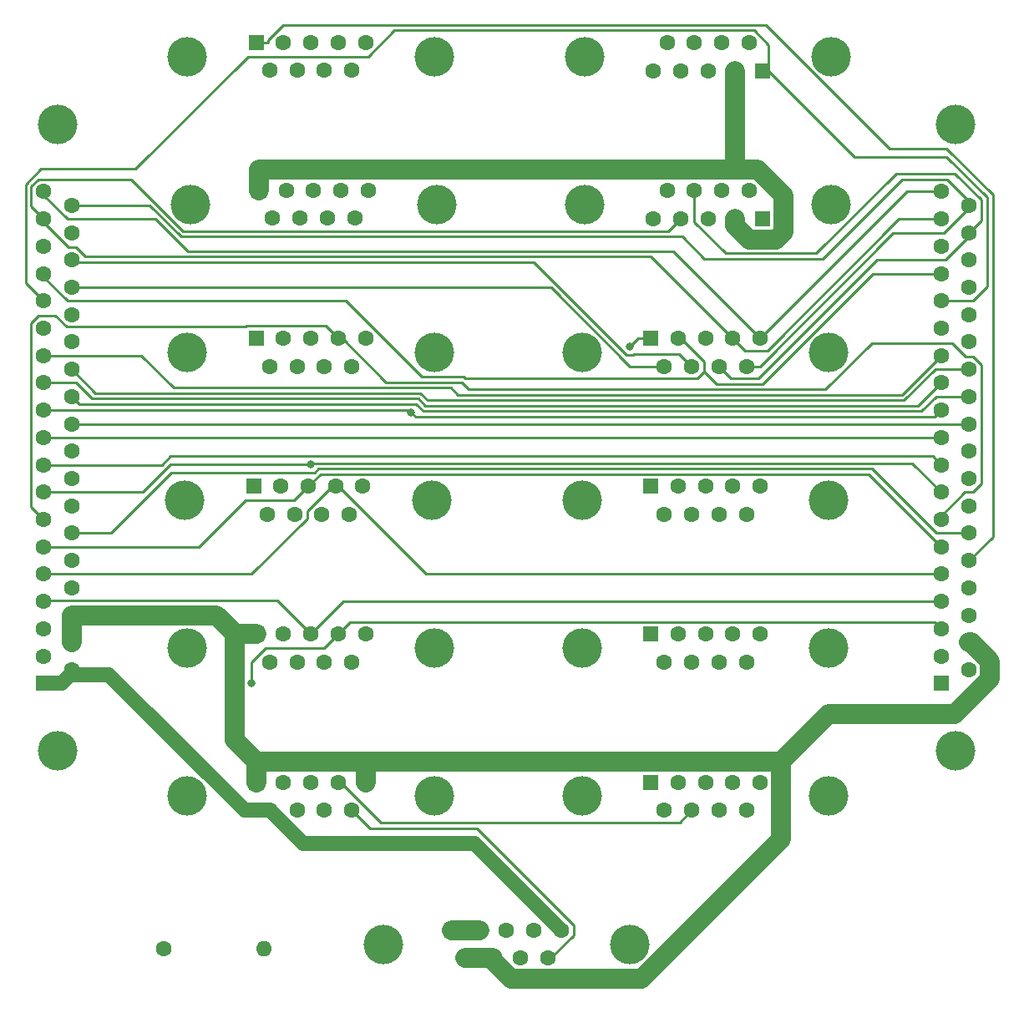
<source format=gbr>
%TF.GenerationSoftware,KiCad,Pcbnew,7.0.9*%
%TF.CreationDate,2024-02-19T16:35:41-08:00*%
%TF.ProjectId,Interconnect Board,496e7465-7263-46f6-9e6e-65637420426f,v1.5*%
%TF.SameCoordinates,Original*%
%TF.FileFunction,Copper,L1,Top*%
%TF.FilePolarity,Positive*%
%FSLAX46Y46*%
G04 Gerber Fmt 4.6, Leading zero omitted, Abs format (unit mm)*
G04 Created by KiCad (PCBNEW 7.0.9) date 2024-02-19 16:35:41*
%MOMM*%
%LPD*%
G01*
G04 APERTURE LIST*
%TA.AperFunction,ComponentPad*%
%ADD10C,1.600000*%
%TD*%
%TA.AperFunction,ComponentPad*%
%ADD11O,1.600000X1.600000*%
%TD*%
%TA.AperFunction,ComponentPad*%
%ADD12C,4.000000*%
%TD*%
%TA.AperFunction,ComponentPad*%
%ADD13R,1.600000X1.600000*%
%TD*%
%TA.AperFunction,ViaPad*%
%ADD14C,0.800000*%
%TD*%
%TA.AperFunction,Conductor*%
%ADD15C,2.000000*%
%TD*%
%TA.AperFunction,Conductor*%
%ADD16C,0.250000*%
%TD*%
%TA.AperFunction,Conductor*%
%ADD17C,1.500000*%
%TD*%
G04 APERTURE END LIST*
D10*
%TO.P,R1,1*%
%TO.N,/GPS_Serial_Input_to_XPNDR_from_R*%
X132220100Y-118509100D03*
D11*
%TO.P,R1,2*%
%TO.N,/GPS_Serial_Input_to_XPNDR_to_R*%
X142380100Y-118509100D03*
%TD*%
D12*
%TO.P,Power_Input_1,0,PAD*%
%TO.N,unconnected-(Power_Input_1-PAD-Pad0)*%
X154464100Y-118069100D03*
X179464100Y-118069100D03*
D13*
%TO.P,Power_Input_1,1,1*%
%TO.N,GND*%
X161424100Y-116649100D03*
D10*
%TO.P,Power_Input_1,2,2*%
X164194100Y-116649100D03*
%TO.P,Power_Input_1,3,3*%
%TO.N,/ELT_12V*%
X166964100Y-116649100D03*
%TO.P,Power_Input_1,4,4*%
%TO.N,/MFD_12V*%
X169734100Y-116649100D03*
%TO.P,Power_Input_1,5,5*%
%TO.N,/PFD_&_Dim_12V*%
X172504100Y-116649100D03*
%TO.P,Power_Input_1,6,6*%
%TO.N,GND*%
X162809100Y-119489100D03*
%TO.P,Power_Input_1,7,7*%
X165579100Y-119489100D03*
%TO.P,Power_Input_1,8,8*%
%TO.N,/SV-Net_AP_12V*%
X168349100Y-119489100D03*
%TO.P,Power_Input_1,9,9*%
%TO.N,/ADSB_XPNDR_IDENT_12V*%
X171119100Y-119489100D03*
%TD*%
D12*
%TO.P,AP_Roll_SV_Net_2,0,PAD*%
%TO.N,unconnected-(AP_Roll_SV_Net_2-PAD-Pad0)*%
X199892100Y-28085100D03*
X174892100Y-28085100D03*
D13*
%TO.P,AP_Roll_SV_Net_2,1,1*%
%TO.N,/SV_Data_1A*%
X192932100Y-29505100D03*
D10*
%TO.P,AP_Roll_SV_Net_2,2,2*%
%TO.N,GND*%
X190162100Y-29505100D03*
%TO.P,AP_Roll_SV_Net_2,3,3*%
%TO.N,/AP_Disengage (Unused)*%
X187392100Y-29505100D03*
%TO.P,AP_Roll_SV_Net_2,4,4*%
%TO.N,/SV_Data_2B*%
X184622100Y-29505100D03*
%TO.P,AP_Roll_SV_Net_2,5,5*%
%TO.N,unconnected-(AP_Roll_SV_Net_2-Pad5)*%
X181852100Y-29505100D03*
%TO.P,AP_Roll_SV_Net_2,6,6*%
%TO.N,/SV_Data_1B*%
X191547100Y-26665100D03*
%TO.P,AP_Roll_SV_Net_2,7,7*%
%TO.N,/SV-Net_AP_12V*%
X188777100Y-26665100D03*
%TO.P,AP_Roll_SV_Net_2,8,8*%
%TO.N,/SV_Data_2A*%
X186007100Y-26665100D03*
%TO.P,AP_Roll_SV_Net_2,9,9*%
%TO.N,unconnected-(AP_Roll_SV_Net_2-Pad9)*%
X183237100Y-26665100D03*
%TD*%
D12*
%TO.P,SkyView_2,0,PAD*%
%TO.N,unconnected-(SkyView_2-PAD-Pad0)*%
X174622000Y-73069100D03*
X199622000Y-73069100D03*
D13*
%TO.P,SkyView_2,1,1*%
%TO.N,/SV_Data_1A*%
X181582000Y-71649100D03*
D10*
%TO.P,SkyView_2,2,2*%
%TO.N,/SV_GND_1*%
X184352000Y-71649100D03*
%TO.P,SkyView_2,3,3*%
%TO.N,/SV_GND_2*%
X187122000Y-71649100D03*
%TO.P,SkyView_2,4,4*%
%TO.N,/SV_Data_2B*%
X189892000Y-71649100D03*
%TO.P,SkyView_2,5,5*%
%TO.N,/SV_EMS_Aux*%
X192662000Y-71649100D03*
%TO.P,SkyView_2,6,6*%
%TO.N,/SV_Data_1B*%
X182967000Y-74489100D03*
%TO.P,SkyView_2,7,7*%
%TO.N,/SV_Power_1*%
X185737000Y-74489100D03*
%TO.P,SkyView_2,8,8*%
%TO.N,/SV_Data_2A*%
X188507000Y-74489100D03*
%TO.P,SkyView_2,9,9*%
%TO.N,/SV_Power_2*%
X191277000Y-74489100D03*
%TD*%
D12*
%TO.P,MFD_Main_2,0,PAD*%
%TO.N,unconnected-(MFD_Main_2-PAD-Pad0)*%
X212438100Y-98457100D03*
X212438100Y-34957100D03*
D13*
%TO.P,MFD_Main_2,1,1*%
%TO.N,/MFD_12V*%
X211018100Y-91637100D03*
D10*
%TO.P,MFD_Main_2,2,2*%
%TO.N,unconnected-(MFD_Main_2-Pad2)*%
X211018100Y-88867100D03*
%TO.P,MFD_Main_2,3,3*%
%TO.N,/ADSB_Serial_1_Rx*%
X211018100Y-86097100D03*
%TO.P,MFD_Main_2,4,4*%
%TO.N,/ADSB_Serial_1_Tx*%
X211018100Y-83327100D03*
%TO.P,MFD_Main_2,5,5*%
%TO.N,/XPNDR_Serial_2_Rx*%
X211018100Y-80557100D03*
%TO.P,MFD_Main_2,6,6*%
%TO.N,/XPNDR_Serial_2_Tx*%
X211018100Y-77787100D03*
%TO.P,MFD_Main_2,7,7*%
%TO.N,/VPX_Serial_3_Rx*%
X211018100Y-75017100D03*
%TO.P,MFD_Main_2,8,8*%
%TO.N,/VPX_Serial_3_Tx*%
X211018100Y-72247100D03*
%TO.P,MFD_Main_2,9,9*%
%TO.N,/ELT_Serial_4_Rx*%
X211018100Y-69477100D03*
%TO.P,MFD_Main_2,10,10*%
%TO.N,/ELT_Serial_4_Tx*%
X211018100Y-66707100D03*
%TO.P,MFD_Main_2,11,11*%
%TO.N,/GPS_Serial_5_Rx*%
X211018100Y-63937100D03*
%TO.P,MFD_Main_2,12,12*%
%TO.N,/GPS_Serial_5_Tx*%
X211018100Y-61167100D03*
%TO.P,MFD_Main_2,13,13*%
%TO.N,/L_Audio_Out_1*%
X211018100Y-58397100D03*
%TO.P,MFD_Main_2,14,14*%
%TO.N,unconnected-(MFD_Main_2-Pad14)*%
X211018100Y-55627100D03*
%TO.P,MFD_Main_2,15,15*%
%TO.N,/SV_Data_1A*%
X211018100Y-52857100D03*
%TO.P,MFD_Main_2,16,16*%
%TO.N,/SV_GND_1*%
X211018100Y-50087100D03*
%TO.P,MFD_Main_2,17,17*%
%TO.N,/SV_GND_2*%
X211018100Y-47317100D03*
%TO.P,MFD_Main_2,18,18*%
%TO.N,/SV_Data_2B*%
X211018100Y-44547100D03*
%TO.P,MFD_Main_2,19,19*%
%TO.N,/SV_EMS_Aux*%
X211018100Y-41777100D03*
%TO.P,MFD_Main_2,20,20*%
%TO.N,/MFD_12V*%
X213858100Y-90252100D03*
%TO.P,MFD_Main_2,21,21*%
%TO.N,GND*%
X213858100Y-87482100D03*
%TO.P,MFD_Main_2,22,22*%
X213858100Y-84712100D03*
%TO.P,MFD_Main_2,23,23*%
%TO.N,unconnected-(MFD_Main_2-Pad23)*%
X213858100Y-81942100D03*
%TO.P,MFD_Main_2,24,24*%
%TO.N,/GPS_GND*%
X213858100Y-79172100D03*
%TO.P,MFD_Main_2,25,25*%
%TO.N,/Dimmer_Signal_Input*%
X213858100Y-76402100D03*
%TO.P,MFD_Main_2,26,26*%
%TO.N,unconnected-(MFD_Main_2-Pad26)*%
X213858100Y-73632100D03*
%TO.P,MFD_Main_2,27,27*%
%TO.N,unconnected-(MFD_Main_2-Pad27)*%
X213858100Y-70862100D03*
%TO.P,MFD_Main_2,28,28*%
%TO.N,unconnected-(MFD_Main_2-Pad28)*%
X213858100Y-68092100D03*
%TO.P,MFD_Main_2,29,29*%
%TO.N,/GPS_Power*%
X213858100Y-65322100D03*
%TO.P,MFD_Main_2,30,30*%
%TO.N,/Audio_Out_GND*%
X213858100Y-62552100D03*
%TO.P,MFD_Main_2,31,31*%
%TO.N,/R_Audio_Out_1*%
X213858100Y-59782100D03*
%TO.P,MFD_Main_2,32,32*%
%TO.N,unconnected-(MFD_Main_2-Pad32)*%
X213858100Y-57012100D03*
%TO.P,MFD_Main_2,33,33*%
%TO.N,unconnected-(MFD_Main_2-Pad33)*%
X213858100Y-54242100D03*
%TO.P,MFD_Main_2,34,34*%
%TO.N,/SV_Data_1B*%
X213858100Y-51472100D03*
%TO.P,MFD_Main_2,35,35*%
%TO.N,/SV_Power_1*%
X213858100Y-48702100D03*
%TO.P,MFD_Main_2,36,36*%
%TO.N,/SV_Data_2A*%
X213858100Y-45932100D03*
%TO.P,MFD_Main_2,37,37*%
%TO.N,/SV_Power_2*%
X213858100Y-43162100D03*
%TD*%
D12*
%TO.P,PFD_Main_1,0,PAD*%
%TO.N,unconnected-(PFD_Main_1-PAD-Pad0)*%
X121438100Y-98457100D03*
X121438100Y-34957100D03*
D13*
%TO.P,PFD_Main_1,1,1*%
%TO.N,/PFD_&_Dim_12V*%
X120018100Y-91637100D03*
D10*
%TO.P,PFD_Main_1,2,2*%
%TO.N,unconnected-(PFD_Main_1-Pad2)*%
X120018100Y-88867100D03*
%TO.P,PFD_Main_1,3,3*%
%TO.N,/ADSB_Serial_1_Rx*%
X120018100Y-86097100D03*
%TO.P,PFD_Main_1,4,4*%
%TO.N,/ADSB_Serial_1_Tx*%
X120018100Y-83327100D03*
%TO.P,PFD_Main_1,5,5*%
%TO.N,/XPNDR_Serial_2_Rx*%
X120018100Y-80557100D03*
%TO.P,PFD_Main_1,6,6*%
%TO.N,/XPNDR_Serial_2_Tx*%
X120018100Y-77787100D03*
%TO.P,PFD_Main_1,7,7*%
%TO.N,/VPX_Serial_3_Rx*%
X120018100Y-75017100D03*
%TO.P,PFD_Main_1,8,8*%
%TO.N,/VPX_Serial_3_Tx*%
X120018100Y-72247100D03*
%TO.P,PFD_Main_1,9,9*%
%TO.N,/ELT_Serial_4_Rx*%
X120018100Y-69477100D03*
%TO.P,PFD_Main_1,10,10*%
%TO.N,/ELT_Serial_4_Tx*%
X120018100Y-66707100D03*
%TO.P,PFD_Main_1,11,11*%
%TO.N,/GPS_Serial_5_Rx*%
X120018100Y-63937100D03*
%TO.P,PFD_Main_1,12,12*%
%TO.N,/GPS_Serial_5_Tx*%
X120018100Y-61167100D03*
%TO.P,PFD_Main_1,13,13*%
%TO.N,/L_Audio_Out_1*%
X120018100Y-58397100D03*
%TO.P,PFD_Main_1,14,14*%
%TO.N,unconnected-(PFD_Main_1-Pad14)*%
X120018100Y-55627100D03*
%TO.P,PFD_Main_1,15,15*%
%TO.N,/SV_Data_1A*%
X120018100Y-52857100D03*
%TO.P,PFD_Main_1,16,16*%
%TO.N,/SV_GND_1*%
X120018100Y-50087100D03*
%TO.P,PFD_Main_1,17,17*%
%TO.N,/SV_GND_2*%
X120018100Y-47317100D03*
%TO.P,PFD_Main_1,18,18*%
%TO.N,/SV_Data_2B*%
X120018100Y-44547100D03*
%TO.P,PFD_Main_1,19,19*%
%TO.N,/SV_EMS_Aux*%
X120018100Y-41777100D03*
%TO.P,PFD_Main_1,20,20*%
%TO.N,/PFD_&_Dim_12V*%
X122858100Y-90252100D03*
%TO.P,PFD_Main_1,21,21*%
%TO.N,GND*%
X122858100Y-87482100D03*
%TO.P,PFD_Main_1,22,22*%
X122858100Y-84712100D03*
%TO.P,PFD_Main_1,23,23*%
%TO.N,unconnected-(PFD_Main_1-Pad23)*%
X122858100Y-81942100D03*
%TO.P,PFD_Main_1,24,24*%
%TO.N,/GPS_GND*%
X122858100Y-79172100D03*
%TO.P,PFD_Main_1,25,25*%
%TO.N,/Dimmer_Signal_Input*%
X122858100Y-76402100D03*
%TO.P,PFD_Main_1,26,26*%
%TO.N,/Dimmer_Output_Signal*%
X122858100Y-73632100D03*
%TO.P,PFD_Main_1,27,27*%
%TO.N,unconnected-(PFD_Main_1-Pad27)*%
X122858100Y-70862100D03*
%TO.P,PFD_Main_1,28,28*%
%TO.N,unconnected-(PFD_Main_1-Pad28)*%
X122858100Y-68092100D03*
%TO.P,PFD_Main_1,29,29*%
%TO.N,/GPS_Power*%
X122858100Y-65322100D03*
%TO.P,PFD_Main_1,30,30*%
%TO.N,/Audio_Out_GND*%
X122858100Y-62552100D03*
%TO.P,PFD_Main_1,31,31*%
%TO.N,/R_Audio_Out_1*%
X122858100Y-59782100D03*
%TO.P,PFD_Main_1,32,32*%
%TO.N,unconnected-(PFD_Main_1-Pad32)*%
X122858100Y-57012100D03*
%TO.P,PFD_Main_1,33,33*%
%TO.N,unconnected-(PFD_Main_1-Pad33)*%
X122858100Y-54242100D03*
%TO.P,PFD_Main_1,34,34*%
%TO.N,/SV_Data_1B*%
X122858100Y-51472100D03*
%TO.P,PFD_Main_1,35,35*%
%TO.N,/SV_Power_1*%
X122858100Y-48702100D03*
%TO.P,PFD_Main_1,36,36*%
%TO.N,/SV_Data_2A*%
X122858100Y-45932100D03*
%TO.P,PFD_Main_1,37,37*%
%TO.N,/SV_Power_2*%
X122858100Y-43162100D03*
%TD*%
D12*
%TO.P,SkyView_3,0,PAD*%
%TO.N,unconnected-(SkyView_3-PAD-Pad0)*%
X174622000Y-88069100D03*
X199622000Y-88069100D03*
D13*
%TO.P,SkyView_3,1,1*%
%TO.N,/SV_Data_1A*%
X181582000Y-86649100D03*
D10*
%TO.P,SkyView_3,2,2*%
%TO.N,/SV_GND_1*%
X184352000Y-86649100D03*
%TO.P,SkyView_3,3,3*%
%TO.N,/SV_GND_2*%
X187122000Y-86649100D03*
%TO.P,SkyView_3,4,4*%
%TO.N,/SV_Data_2B*%
X189892000Y-86649100D03*
%TO.P,SkyView_3,5,5*%
%TO.N,/SV_EMS_Aux*%
X192662000Y-86649100D03*
%TO.P,SkyView_3,6,6*%
%TO.N,/SV_Data_1B*%
X182967000Y-89489100D03*
%TO.P,SkyView_3,7,7*%
%TO.N,/SV_Power_1*%
X185737000Y-89489100D03*
%TO.P,SkyView_3,8,8*%
%TO.N,/SV_Data_2A*%
X188507000Y-89489100D03*
%TO.P,SkyView_3,9,9*%
%TO.N,/SV_Power_2*%
X191277000Y-89489100D03*
%TD*%
D12*
%TO.P,ADSB_Serial_1,0,PAD*%
%TO.N,unconnected-(ADSB_Serial_1-PAD-Pad0)*%
X134622000Y-88069100D03*
X159622000Y-88069100D03*
D13*
%TO.P,ADSB_Serial_1,1,1*%
%TO.N,GND*%
X141582000Y-86649100D03*
D10*
%TO.P,ADSB_Serial_1,2,2*%
%TO.N,/ADSB_XPNDR_IDENT_12V*%
X144352000Y-86649100D03*
%TO.P,ADSB_Serial_1,3,3*%
%TO.N,/ADSB_Serial_1_Tx*%
X147122000Y-86649100D03*
%TO.P,ADSB_Serial_1,4,4*%
%TO.N,/ADSB_Serial_1_Rx*%
X149892000Y-86649100D03*
%TO.P,ADSB_Serial_1,5,5*%
%TO.N,unconnected-(ADSB_Serial_1-Pad5)*%
X152662000Y-86649100D03*
%TO.P,ADSB_Serial_1,6,6*%
%TO.N,unconnected-(ADSB_Serial_1-Pad6)*%
X142967000Y-89489100D03*
%TO.P,ADSB_Serial_1,7,7*%
%TO.N,unconnected-(ADSB_Serial_1-Pad7)*%
X145737000Y-89489100D03*
%TO.P,ADSB_Serial_1,8,8*%
%TO.N,unconnected-(ADSB_Serial_1-Pad8)*%
X148507000Y-89489100D03*
%TO.P,ADSB_Serial_1,9,9*%
%TO.N,unconnected-(ADSB_Serial_1-Pad9)*%
X151277000Y-89489100D03*
%TD*%
D12*
%TO.P,XPNDR_Serial_2,0,PAD*%
%TO.N,unconnected-(XPNDR_Serial_2-PAD-Pad0)*%
X134361100Y-73069100D03*
X159361100Y-73069100D03*
D13*
%TO.P,XPNDR_Serial_2,1,1*%
%TO.N,GND*%
X141321100Y-71649100D03*
D10*
%TO.P,XPNDR_Serial_2,2,2*%
%TO.N,/ADSB_XPNDR_IDENT_12V*%
X144091100Y-71649100D03*
%TO.P,XPNDR_Serial_2,3,3*%
%TO.N,/XPNDR_Serial_2_Tx*%
X146861100Y-71649100D03*
%TO.P,XPNDR_Serial_2,4,4*%
%TO.N,/XPNDR_Serial_2_Rx*%
X149631100Y-71649100D03*
%TO.P,XPNDR_Serial_2,5,5*%
%TO.N,/Ident_SW_Input*%
X152401100Y-71649100D03*
%TO.P,XPNDR_Serial_2,6,6*%
%TO.N,/GPS_Serial_Input_to_XPNDR_from_R*%
X142706100Y-74489100D03*
%TO.P,XPNDR_Serial_2,7,7*%
%TO.N,unconnected-(XPNDR_Serial_2-Pad7)*%
X145476100Y-74489100D03*
%TO.P,XPNDR_Serial_2,8,8*%
%TO.N,unconnected-(XPNDR_Serial_2-Pad8)*%
X148246100Y-74489100D03*
%TO.P,XPNDR_Serial_2,9,9*%
%TO.N,unconnected-(XPNDR_Serial_2-Pad9)*%
X151016100Y-74489100D03*
%TD*%
D12*
%TO.P,AP_Pitch_SV_Net_1,0,PAD*%
%TO.N,unconnected-(AP_Pitch_SV_Net_1-PAD-Pad0)*%
X199892100Y-43085200D03*
X174892100Y-43085200D03*
D13*
%TO.P,AP_Pitch_SV_Net_1,1,1*%
%TO.N,/SV_Data_1A*%
X192932100Y-44505200D03*
D10*
%TO.P,AP_Pitch_SV_Net_1,2,2*%
%TO.N,GND*%
X190162100Y-44505200D03*
%TO.P,AP_Pitch_SV_Net_1,3,3*%
%TO.N,/AP_Disengage (Unused)*%
X187392100Y-44505200D03*
%TO.P,AP_Pitch_SV_Net_1,4,4*%
%TO.N,/SV_Data_2B*%
X184622100Y-44505200D03*
%TO.P,AP_Pitch_SV_Net_1,5,5*%
%TO.N,unconnected-(AP_Pitch_SV_Net_1-Pad5)*%
X181852100Y-44505200D03*
%TO.P,AP_Pitch_SV_Net_1,6,6*%
%TO.N,/SV_Data_1B*%
X191547100Y-41665200D03*
%TO.P,AP_Pitch_SV_Net_1,7,7*%
%TO.N,/SV-Net_AP_12V*%
X188777100Y-41665200D03*
%TO.P,AP_Pitch_SV_Net_1,8,8*%
%TO.N,/SV_Data_2A*%
X186007100Y-41665200D03*
%TO.P,AP_Pitch_SV_Net_1,9,9*%
%TO.N,unconnected-(AP_Pitch_SV_Net_1-Pad9)*%
X183237100Y-41665200D03*
%TD*%
D12*
%TO.P,Dimmer_&_Audio_Output_1,0,PAD*%
%TO.N,unconnected-(Dimmer_&_Audio_Output_1-PAD-Pad0)*%
X174622000Y-103069100D03*
X199622000Y-103069100D03*
D13*
%TO.P,Dimmer_&_Audio_Output_1,1,1*%
%TO.N,/L_Audio_Out_1*%
X181582000Y-101649100D03*
D10*
%TO.P,Dimmer_&_Audio_Output_1,2,2*%
%TO.N,/R_Audio_Out_1*%
X184352000Y-101649100D03*
%TO.P,Dimmer_&_Audio_Output_1,3,3*%
%TO.N,/Dimmer_Output_Signal*%
X187122000Y-101649100D03*
%TO.P,Dimmer_&_Audio_Output_1,4,4*%
%TO.N,unconnected-(Dimmer_&_Audio_Output_1-Pad4)*%
X189892000Y-101649100D03*
%TO.P,Dimmer_&_Audio_Output_1,5,5*%
%TO.N,unconnected-(Dimmer_&_Audio_Output_1-Pad5)*%
X192662000Y-101649100D03*
%TO.P,Dimmer_&_Audio_Output_1,6,6*%
%TO.N,/Audio_Out_GND*%
X182967000Y-104489100D03*
%TO.P,Dimmer_&_Audio_Output_1,7,7*%
%TO.N,/Dimmer_Output_Signal*%
X185737000Y-104489100D03*
%TO.P,Dimmer_&_Audio_Output_1,8,8*%
X188507000Y-104489100D03*
%TO.P,Dimmer_&_Audio_Output_1,9,9*%
%TO.N,unconnected-(Dimmer_&_Audio_Output_1-Pad9)*%
X191277000Y-104489100D03*
%TD*%
D12*
%TO.P,ELT_Serial_4,0,PAD*%
%TO.N,unconnected-(ELT_Serial_4-PAD-Pad0)*%
X134906100Y-43069100D03*
X159906100Y-43069100D03*
D13*
%TO.P,ELT_Serial_4,1,1*%
%TO.N,GND*%
X141866100Y-41649100D03*
D10*
%TO.P,ELT_Serial_4,2,2*%
%TO.N,/ELT_12V*%
X144636100Y-41649100D03*
%TO.P,ELT_Serial_4,3,3*%
%TO.N,/ELT_Serial_4_Tx*%
X147406100Y-41649100D03*
%TO.P,ELT_Serial_4,4,4*%
%TO.N,/ELT_Serial_4_Rx*%
X150176100Y-41649100D03*
%TO.P,ELT_Serial_4,5,5*%
%TO.N,unconnected-(ELT_Serial_4-Pad5)*%
X152946100Y-41649100D03*
%TO.P,ELT_Serial_4,6,6*%
%TO.N,unconnected-(ELT_Serial_4-Pad6)*%
X143251100Y-44489100D03*
%TO.P,ELT_Serial_4,7,7*%
%TO.N,unconnected-(ELT_Serial_4-Pad7)*%
X146021100Y-44489100D03*
%TO.P,ELT_Serial_4,8,8*%
%TO.N,unconnected-(ELT_Serial_4-Pad8)*%
X148791100Y-44489100D03*
%TO.P,ELT_Serial_4,9,9*%
%TO.N,unconnected-(ELT_Serial_4-Pad9)*%
X151561100Y-44489100D03*
%TD*%
D12*
%TO.P,GPS_Serial_5,0,PAD*%
%TO.N,unconnected-(GPS_Serial_5-PAD-Pad0)*%
X134622000Y-28069100D03*
X159622000Y-28069100D03*
D13*
%TO.P,GPS_Serial_5,1,1*%
%TO.N,/GPS_GND*%
X141582000Y-26649100D03*
D10*
%TO.P,GPS_Serial_5,2,2*%
%TO.N,/GPS_Power*%
X144352000Y-26649100D03*
%TO.P,GPS_Serial_5,3,3*%
%TO.N,/GPS_Serial_5_Tx*%
X147122000Y-26649100D03*
%TO.P,GPS_Serial_5,4,4*%
%TO.N,/GPS_Serial_5_Rx*%
X149892000Y-26649100D03*
%TO.P,GPS_Serial_5,5,5*%
%TO.N,unconnected-(GPS_Serial_5-Pad5)*%
X152662000Y-26649100D03*
%TO.P,GPS_Serial_5,6,6*%
%TO.N,unconnected-(GPS_Serial_5-Pad6)*%
X142967000Y-29489100D03*
%TO.P,GPS_Serial_5,7,7*%
%TO.N,unconnected-(GPS_Serial_5-Pad7)*%
X145737000Y-29489100D03*
%TO.P,GPS_Serial_5,8,8*%
%TO.N,unconnected-(GPS_Serial_5-Pad8)*%
X148507000Y-29489100D03*
%TO.P,GPS_Serial_5,9,9*%
%TO.N,unconnected-(GPS_Serial_5-Pad9)*%
X151277000Y-29489100D03*
%TD*%
D12*
%TO.P,Ident_&_Dimmer_Input_1,0,PAD*%
%TO.N,unconnected-(Ident_&_Dimmer_Input_1-PAD-Pad0)*%
X134622000Y-103069100D03*
X159622000Y-103069100D03*
D13*
%TO.P,Ident_&_Dimmer_Input_1,1,1*%
%TO.N,GND*%
X141582000Y-101649100D03*
D10*
%TO.P,Ident_&_Dimmer_Input_1,2,2*%
%TO.N,/Dimmer_Signal_Input*%
X144352000Y-101649100D03*
%TO.P,Ident_&_Dimmer_Input_1,3,3*%
%TO.N,unconnected-(Ident_&_Dimmer_Input_1-Pad3)*%
X147122000Y-101649100D03*
%TO.P,Ident_&_Dimmer_Input_1,4,4*%
%TO.N,/Dimmer_Output_Signal*%
X149892000Y-101649100D03*
%TO.P,Ident_&_Dimmer_Input_1,5,5*%
%TO.N,GND*%
X152662000Y-101649100D03*
%TO.P,Ident_&_Dimmer_Input_1,6,6*%
%TO.N,/PFD_&_Dim_12V*%
X142967000Y-104489100D03*
%TO.P,Ident_&_Dimmer_Input_1,7,7*%
%TO.N,/GPS_Serial_Input_to_XPNDR_to_R*%
X145737000Y-104489100D03*
%TO.P,Ident_&_Dimmer_Input_1,8,8*%
%TO.N,/Ident_SW_Input*%
X148507000Y-104489100D03*
%TO.P,Ident_&_Dimmer_Input_1,9,9*%
%TO.N,/ADSB_XPNDR_IDENT_12V*%
X151277000Y-104489100D03*
%TD*%
D12*
%TO.P,SkyView_1,0,PAD*%
%TO.N,unconnected-(SkyView_1-PAD-Pad0)*%
X174622000Y-58069100D03*
X199622000Y-58069100D03*
D13*
%TO.P,SkyView_1,1,1*%
%TO.N,/SV_Data_1A*%
X181582000Y-56649100D03*
D10*
%TO.P,SkyView_1,2,2*%
%TO.N,/SV_GND_1*%
X184352000Y-56649100D03*
%TO.P,SkyView_1,3,3*%
%TO.N,/SV_GND_2*%
X187122000Y-56649100D03*
%TO.P,SkyView_1,4,4*%
%TO.N,/SV_Data_2B*%
X189892000Y-56649100D03*
%TO.P,SkyView_1,5,5*%
%TO.N,/SV_EMS_Aux*%
X192662000Y-56649100D03*
%TO.P,SkyView_1,6,6*%
%TO.N,/SV_Data_1B*%
X182967000Y-59489100D03*
%TO.P,SkyView_1,7,7*%
%TO.N,/SV_Power_1*%
X185737000Y-59489100D03*
%TO.P,SkyView_1,8,8*%
%TO.N,/SV_Data_2A*%
X188507000Y-59489100D03*
%TO.P,SkyView_1,9,9*%
%TO.N,/SV_Power_2*%
X191277000Y-59489100D03*
%TD*%
D12*
%TO.P,VPX_Serial_3,0,PAD*%
%TO.N,unconnected-(VPX_Serial_3-PAD-Pad0)*%
X134622000Y-58069100D03*
X159622000Y-58069100D03*
D13*
%TO.P,VPX_Serial_3,1,1*%
%TO.N,GND*%
X141582000Y-56649100D03*
D10*
%TO.P,VPX_Serial_3,2,2*%
%TO.N,unconnected-(VPX_Serial_3-Pad2)*%
X144352000Y-56649100D03*
%TO.P,VPX_Serial_3,3,3*%
%TO.N,/VPX_Serial_3_Tx*%
X147122000Y-56649100D03*
%TO.P,VPX_Serial_3,4,4*%
%TO.N,/VPX_Serial_3_Rx*%
X149892000Y-56649100D03*
%TO.P,VPX_Serial_3,5,5*%
%TO.N,unconnected-(VPX_Serial_3-Pad5)*%
X152662000Y-56649100D03*
%TO.P,VPX_Serial_3,6,6*%
%TO.N,unconnected-(VPX_Serial_3-Pad6)*%
X142967000Y-59489100D03*
%TO.P,VPX_Serial_3,7,7*%
%TO.N,unconnected-(VPX_Serial_3-Pad7)*%
X145737000Y-59489100D03*
%TO.P,VPX_Serial_3,8,8*%
%TO.N,unconnected-(VPX_Serial_3-Pad8)*%
X148507000Y-59489100D03*
%TO.P,VPX_Serial_3,9,9*%
%TO.N,unconnected-(VPX_Serial_3-Pad9)*%
X151277000Y-59489100D03*
%TD*%
D14*
%TO.N,/GPS_Serial_5_Rx*%
X157295200Y-64146200D03*
%TO.N,/SV_Data_1A*%
X179447000Y-57495100D03*
%TO.N,/VPX_Serial_3_Tx*%
X147122000Y-69435600D03*
%TO.N,/ADSB_Serial_1_Rx*%
X141090500Y-91593500D03*
%TD*%
D15*
%TO.N,GND*%
X190162100Y-39547200D02*
X190162100Y-29505100D01*
D16*
%TO.N,/SV_Data_1A*%
X192070800Y-25428000D02*
X193545600Y-26902800D01*
X152977100Y-28069100D02*
X155618200Y-25428000D01*
X118215700Y-51054700D02*
X118215700Y-41022600D01*
X119782600Y-39455700D02*
X129355900Y-39455700D01*
X193545600Y-26902800D02*
X193545600Y-29505100D01*
X155618200Y-25428000D02*
X192070800Y-25428000D01*
X140742500Y-28069100D02*
X152977100Y-28069100D01*
X129355900Y-39455700D02*
X140742500Y-28069100D01*
X118215700Y-41022600D02*
X119782600Y-39455700D01*
X120018100Y-52857100D02*
X118215700Y-51054700D01*
%TO.N,/ADSB_XPNDR_IDENT_12V*%
X171415600Y-119489100D02*
X171119100Y-119489100D01*
X173743600Y-117161100D02*
X171415600Y-119489100D01*
X173743600Y-116123200D02*
X173743600Y-117161100D01*
X163926400Y-106306000D02*
X173743600Y-116123200D01*
X153093900Y-106306000D02*
X163926400Y-106306000D01*
X151277000Y-104489100D02*
X153093900Y-106306000D01*
%TO.N,/Dimmer_Output_Signal*%
X184495400Y-105730700D02*
X185737000Y-104489100D01*
X154253700Y-105730700D02*
X184495400Y-105730700D01*
X150172100Y-101649100D02*
X154253700Y-105730700D01*
X149892000Y-101649100D02*
X150172100Y-101649100D01*
D17*
%TO.N,/PFD_&_Dim_12V*%
X163745100Y-107890100D02*
X172504100Y-116649100D01*
X146368000Y-107890100D02*
X163745100Y-107890100D01*
X142967000Y-104489100D02*
X146368000Y-107890100D01*
X120018100Y-91637100D02*
X121870000Y-91637100D01*
X122858100Y-90252100D02*
X122858100Y-90746100D01*
X122761000Y-90746100D02*
X122858100Y-90746100D01*
X121870000Y-91637100D02*
X122761000Y-90746100D01*
X140391900Y-104489100D02*
X142967000Y-104489100D01*
X126648900Y-90746100D02*
X140391900Y-104489100D01*
X122858100Y-90746100D02*
X126648900Y-90746100D01*
D15*
%TO.N,GND*%
X141582000Y-101649100D02*
X141582000Y-99547200D01*
X152662000Y-101649100D02*
X152662000Y-99547200D01*
X165579100Y-119489100D02*
X162809100Y-119489100D01*
X164194100Y-116649100D02*
X161424100Y-116649100D01*
X165579100Y-119757500D02*
X165579100Y-119489100D01*
X167424200Y-121602600D02*
X165579100Y-119757500D01*
X180631600Y-121602600D02*
X167424200Y-121602600D01*
X194769100Y-107465100D02*
X180631600Y-121602600D01*
X194769100Y-99547200D02*
X194769100Y-107465100D01*
X152662000Y-99547200D02*
X194769100Y-99547200D01*
X214078300Y-87482100D02*
X213858100Y-87482100D01*
X215967500Y-89371300D02*
X214078300Y-87482100D01*
X215967500Y-91164600D02*
X215967500Y-89371300D01*
X212396100Y-94736000D02*
X215967500Y-91164600D01*
X199580300Y-94736000D02*
X212396100Y-94736000D01*
X194769100Y-99547200D02*
X199580300Y-94736000D01*
X141582000Y-86649100D02*
X139480100Y-86649100D01*
X137556200Y-84725200D02*
X139480100Y-86649100D01*
X122858100Y-84725200D02*
X137556200Y-84725200D01*
X122858100Y-87482100D02*
X122858100Y-84725200D01*
X122858100Y-84725200D02*
X122858100Y-84712100D01*
X152662000Y-99547200D02*
X141582000Y-99547200D01*
X139382700Y-86746500D02*
X139480100Y-86649100D01*
X139382700Y-97347900D02*
X139382700Y-86746500D01*
X141582000Y-99547200D02*
X139382700Y-97347900D01*
X141866100Y-41649100D02*
X141866100Y-39547200D01*
X192427600Y-39547200D02*
X190162100Y-39547200D01*
X195045000Y-42164600D02*
X192427600Y-39547200D01*
X195045000Y-45848600D02*
X195045000Y-42164600D01*
X194286500Y-46607100D02*
X195045000Y-45848600D01*
X191574900Y-46607100D02*
X194286500Y-46607100D01*
X190162100Y-45194300D02*
X191574900Y-46607100D01*
X190162100Y-44505200D02*
X190162100Y-45194300D01*
X190162100Y-39547200D02*
X141866100Y-39547200D01*
D16*
%TO.N,/SV_Power_2*%
X213858100Y-42793000D02*
X213858100Y-43162100D01*
X211604800Y-40539700D02*
X213858100Y-42793000D01*
X207046600Y-40539700D02*
X211604800Y-40539700D01*
X198982800Y-48603500D02*
X207046600Y-40539700D01*
X187020700Y-48603500D02*
X198982800Y-48603500D01*
X184764500Y-46347300D02*
X187020700Y-48603500D01*
X133971500Y-46347300D02*
X184764500Y-46347300D01*
X130786300Y-43162100D02*
X133971500Y-46347300D01*
X122858100Y-43162100D02*
X130786300Y-43162100D01*
X213858100Y-43448500D02*
X213858100Y-43162100D01*
X211295400Y-46011200D02*
X213858100Y-43448500D01*
X206161800Y-46011200D02*
X211295400Y-46011200D01*
X192683900Y-59489100D02*
X206161800Y-46011200D01*
X191277000Y-59489100D02*
X192683900Y-59489100D01*
%TO.N,/SV_Data_2A*%
X215105700Y-44684500D02*
X213858100Y-45932100D01*
X215105700Y-42621200D02*
X215105700Y-44684500D01*
X212417400Y-39932900D02*
X215105700Y-42621200D01*
X206479100Y-39932900D02*
X212417400Y-39932900D01*
X198376200Y-48035800D02*
X206479100Y-39932900D01*
X189182800Y-48035800D02*
X198376200Y-48035800D01*
X186007100Y-44860100D02*
X189182800Y-48035800D01*
X186007100Y-41665200D02*
X186007100Y-44860100D01*
X189741900Y-60724000D02*
X188507000Y-59489100D01*
X192500700Y-60724000D02*
X189741900Y-60724000D01*
X204522600Y-48702100D02*
X192500700Y-60724000D01*
X211432100Y-48702100D02*
X204522600Y-48702100D01*
X213858100Y-46276100D02*
X211432100Y-48702100D01*
X213858100Y-45932100D02*
X213858100Y-46276100D01*
%TO.N,/SV_Power_1*%
X184464900Y-58217000D02*
X185737000Y-59489100D01*
X179894600Y-58217000D02*
X184464900Y-58217000D01*
X179789600Y-58322000D02*
X179894600Y-58217000D01*
X179104500Y-58322000D02*
X179789600Y-58322000D01*
X169701300Y-48918800D02*
X179104500Y-58322000D01*
X123074800Y-48918800D02*
X169701300Y-48918800D01*
X122858100Y-48702100D02*
X123074800Y-48918800D01*
%TO.N,/SV_Data_1B*%
X179491000Y-59489100D02*
X182967000Y-59489100D01*
X171474000Y-51472100D02*
X179491000Y-59489100D01*
X122858100Y-51472100D02*
X171474000Y-51472100D01*
%TO.N,/GPS_Serial_5_Rx*%
X157086100Y-63937100D02*
X157295200Y-64146200D01*
X120018100Y-63937100D02*
X157086100Y-63937100D01*
X210358300Y-64596900D02*
X211018100Y-63937100D01*
X157745900Y-64596900D02*
X210358300Y-64596900D01*
X157295200Y-64146200D02*
X157745900Y-64596900D01*
%TO.N,/GPS_GND*%
X216258200Y-76772000D02*
X213858100Y-79172100D01*
X216258200Y-42099100D02*
X216258200Y-76772000D01*
X211543100Y-37384000D02*
X216258200Y-42099100D01*
X205758900Y-37384000D02*
X211543100Y-37384000D01*
X193250500Y-24875600D02*
X205758900Y-37384000D01*
X144352400Y-24875600D02*
X193250500Y-24875600D01*
X142808900Y-26419100D02*
X144352400Y-24875600D01*
X142808900Y-26649100D02*
X142808900Y-26419100D01*
X141582000Y-26649100D02*
X142808900Y-26649100D01*
%TO.N,/SV_EMS_Aux*%
X207534000Y-41777100D02*
X211018100Y-41777100D01*
X192662000Y-56649100D02*
X207534000Y-41777100D01*
X183827900Y-47815000D02*
X192662000Y-56649100D01*
X134658600Y-47815000D02*
X183827900Y-47815000D01*
X131390700Y-44547100D02*
X134658600Y-47815000D01*
X122444100Y-44547100D02*
X131390700Y-44547100D01*
X120018100Y-42121100D02*
X122444100Y-44547100D01*
X120018100Y-41777100D02*
X120018100Y-42121100D01*
%TO.N,/SV_Data_2B*%
X118767600Y-43296600D02*
X120018100Y-44547100D01*
X118767600Y-41251300D02*
X118767600Y-43296600D01*
X119475200Y-40543700D02*
X118767600Y-41251300D01*
X128948600Y-40543700D02*
X119475200Y-40543700D01*
X134200300Y-45795400D02*
X128948600Y-40543700D01*
X183331900Y-45795400D02*
X134200300Y-45795400D01*
X184622100Y-44505200D02*
X183331900Y-45795400D01*
X181609800Y-48366900D02*
X189892000Y-56649100D01*
X124258000Y-48366900D02*
X181609800Y-48366900D01*
X123293300Y-47402200D02*
X124258000Y-48366900D01*
X122575000Y-47402200D02*
X123293300Y-47402200D01*
X120018100Y-44845300D02*
X122575000Y-47402200D01*
X120018100Y-44547100D02*
X120018100Y-44845300D01*
X191133900Y-57891000D02*
X189892000Y-56649100D01*
X193414500Y-57891000D02*
X191133900Y-57891000D01*
X206758400Y-44547100D02*
X193414500Y-57891000D01*
X211018100Y-44547100D02*
X206758400Y-44547100D01*
%TO.N,/SV_GND_1*%
X184648500Y-56649100D02*
X184352000Y-56649100D01*
X187003700Y-59004300D02*
X184648500Y-56649100D01*
X187003700Y-59993000D02*
X187003700Y-59004300D01*
X120018100Y-50431100D02*
X120018100Y-50087100D01*
X122444100Y-52857100D02*
X120018100Y-50431100D01*
X150668800Y-52857100D02*
X122444100Y-52857100D01*
X158353300Y-60541600D02*
X150668800Y-52857100D01*
X162624600Y-60541600D02*
X158353300Y-60541600D01*
X162803600Y-60720600D02*
X162624600Y-60541600D01*
X186276100Y-60720600D02*
X162803600Y-60720600D01*
X187003700Y-59993000D02*
X186276100Y-60720600D01*
X204093100Y-50087100D02*
X211018100Y-50087100D01*
X192896200Y-61284000D02*
X204093100Y-50087100D01*
X188294700Y-61284000D02*
X192896200Y-61284000D01*
X187003700Y-59993000D02*
X188294700Y-61284000D01*
%TO.N,/SV_Data_1A*%
X192932100Y-29505100D02*
X193545600Y-29505100D01*
X180293000Y-56649100D02*
X179447000Y-57495100D01*
X181582000Y-56649100D02*
X180293000Y-56649100D01*
X214212700Y-52857100D02*
X211018100Y-52857100D01*
X215679800Y-51390000D02*
X214212700Y-52857100D01*
X215679800Y-42363800D02*
X215679800Y-51390000D01*
X211543400Y-38227400D02*
X215679800Y-42363800D01*
X202267900Y-38227400D02*
X211543400Y-38227400D01*
X193545600Y-29505100D02*
X202267900Y-38227400D01*
%TO.N,/GPS_Serial_5_Tx*%
X208692100Y-63493100D02*
X211018100Y-61167100D01*
X158731300Y-63493100D02*
X208692100Y-63493100D01*
X158005100Y-62766900D02*
X158731300Y-63493100D01*
X124935300Y-62766900D02*
X158005100Y-62766900D01*
X123335500Y-61167100D02*
X124935300Y-62766900D01*
X120018100Y-61167100D02*
X123335500Y-61167100D01*
%TO.N,/GPS_Power*%
X122858100Y-65322100D02*
X213858100Y-65322100D01*
%TO.N,/ELT_Serial_4_Tx*%
X120018100Y-66707100D02*
X211018100Y-66707100D01*
%TO.N,/ELT_Serial_4_Rx*%
X132052200Y-69477100D02*
X120018100Y-69477100D01*
X132920600Y-68608700D02*
X132052200Y-69477100D01*
X210149700Y-68608700D02*
X132920600Y-68608700D01*
X211018100Y-69477100D02*
X210149700Y-68608700D01*
%TO.N,/VPX_Serial_3_Tx*%
X147244700Y-69312900D02*
X147122000Y-69435600D01*
X208083900Y-69312900D02*
X147244700Y-69312900D01*
X211018100Y-72247100D02*
X208083900Y-69312900D01*
X130104300Y-72247100D02*
X120018100Y-72247100D01*
X132915800Y-69435600D02*
X130104300Y-72247100D01*
X147122000Y-69435600D02*
X132915800Y-69435600D01*
%TO.N,/VPX_Serial_3_Rx*%
X148637400Y-55394500D02*
X149892000Y-56649100D01*
X140632900Y-55394500D02*
X148637400Y-55394500D01*
X140548600Y-55478800D02*
X140632900Y-55394500D01*
X122359800Y-55478800D02*
X140548600Y-55478800D01*
X121218700Y-54337700D02*
X122359800Y-55478800D01*
X119525300Y-54337700D02*
X121218700Y-54337700D01*
X118764100Y-55098900D02*
X119525300Y-54337700D01*
X118764100Y-73763100D02*
X118764100Y-55098900D01*
X120018100Y-75017100D02*
X118764100Y-73763100D01*
X150289700Y-56649100D02*
X149892000Y-56649100D01*
X154750300Y-61109700D02*
X150289700Y-56649100D01*
X162412100Y-61109700D02*
X154750300Y-61109700D01*
X163139800Y-61837400D02*
X162412100Y-61109700D01*
X199285900Y-61837400D02*
X163139800Y-61837400D01*
X203992900Y-57130400D02*
X199285900Y-61837400D01*
X212123800Y-57130400D02*
X203992900Y-57130400D01*
X213475600Y-58482200D02*
X212123800Y-57130400D01*
X214293300Y-58482200D02*
X213475600Y-58482200D01*
X215137200Y-59326100D02*
X214293300Y-58482200D01*
X215137200Y-71366800D02*
X215137200Y-59326100D01*
X214256900Y-72247100D02*
X215137200Y-71366800D01*
X213430300Y-72247100D02*
X214256900Y-72247100D01*
X211018100Y-74659300D02*
X213430300Y-72247100D01*
X211018100Y-75017100D02*
X211018100Y-74659300D01*
%TO.N,/XPNDR_Serial_2_Tx*%
X203647700Y-70416700D02*
X211018100Y-77787100D01*
X148131400Y-70416700D02*
X203647700Y-70416700D01*
X146899000Y-71649100D02*
X148131400Y-70416700D01*
X146861100Y-71649100D02*
X146899000Y-71649100D01*
X135759200Y-77787100D02*
X120018100Y-77787100D01*
X140477100Y-73069200D02*
X135759200Y-77787100D01*
X145441000Y-73069200D02*
X140477100Y-73069200D01*
X146861100Y-71649100D02*
X145441000Y-73069200D01*
%TO.N,/XPNDR_Serial_2_Rx*%
X158819200Y-80557100D02*
X211018100Y-80557100D01*
X149911200Y-71649100D02*
X158819200Y-80557100D01*
X149631100Y-71649100D02*
X149911200Y-71649100D01*
X149332900Y-71649100D02*
X149631100Y-71649100D01*
X146776000Y-74206000D02*
X149332900Y-71649100D01*
X146776000Y-74924300D02*
X146776000Y-74206000D01*
X141143200Y-80557100D02*
X146776000Y-74924300D01*
X120018100Y-80557100D02*
X141143200Y-80557100D01*
%TO.N,/ADSB_Serial_1_Tx*%
X150444000Y-83327100D02*
X147122000Y-86649100D01*
X211018100Y-83327100D02*
X150444000Y-83327100D01*
X120088800Y-83256400D02*
X120018100Y-83327100D01*
X143729300Y-83256400D02*
X120088800Y-83256400D01*
X147122000Y-86649100D02*
X143729300Y-83256400D01*
%TO.N,/ADSB_Serial_1_Rx*%
X151127700Y-85413400D02*
X149892000Y-86649100D01*
X210334400Y-85413400D02*
X151127700Y-85413400D01*
X211018100Y-86097100D02*
X210334400Y-85413400D01*
X141090500Y-89527600D02*
X141090500Y-91593500D01*
X142543600Y-88074500D02*
X141090500Y-89527600D01*
X148466600Y-88074500D02*
X142543600Y-88074500D01*
X149892000Y-86649100D02*
X148466600Y-88074500D01*
%TO.N,/Audio_Out_GND*%
X210488900Y-62552100D02*
X213858100Y-62552100D01*
X208996000Y-64045000D02*
X210488900Y-62552100D01*
X158502600Y-64045000D02*
X208996000Y-64045000D01*
X157776400Y-63318800D02*
X158502600Y-64045000D01*
X123624800Y-63318800D02*
X157776400Y-63318800D01*
X122858100Y-62552100D02*
X123624800Y-63318800D01*
%TO.N,/L_Audio_Out_1*%
X207025900Y-62389300D02*
X211018100Y-58397100D01*
X162032100Y-62389300D02*
X207025900Y-62389300D01*
X161305800Y-61663000D02*
X162032100Y-62389300D01*
X133227600Y-61663000D02*
X161305800Y-61663000D01*
X129961700Y-58397100D02*
X133227600Y-61663000D01*
X120018100Y-58397100D02*
X129961700Y-58397100D01*
%TO.N,/R_Audio_Out_1*%
X210413800Y-59782100D02*
X213858100Y-59782100D01*
X207254700Y-62941200D02*
X210413800Y-59782100D01*
X158960000Y-62941200D02*
X207254700Y-62941200D01*
X158233800Y-62215000D02*
X158960000Y-62941200D01*
X125291000Y-62215000D02*
X158233800Y-62215000D01*
X122858100Y-59782100D02*
X125291000Y-62215000D01*
%TO.N,/Dimmer_Signal_Input*%
X210540700Y-76402100D02*
X213858100Y-76402100D01*
X204003400Y-69864800D02*
X210540700Y-76402100D01*
X147902700Y-69864800D02*
X204003400Y-69864800D01*
X147505000Y-70262500D02*
X147902700Y-69864800D01*
X132978100Y-70262500D02*
X147505000Y-70262500D01*
X126838500Y-76402100D02*
X132978100Y-70262500D01*
X122858100Y-76402100D02*
X126838500Y-76402100D01*
%TD*%
M02*

</source>
